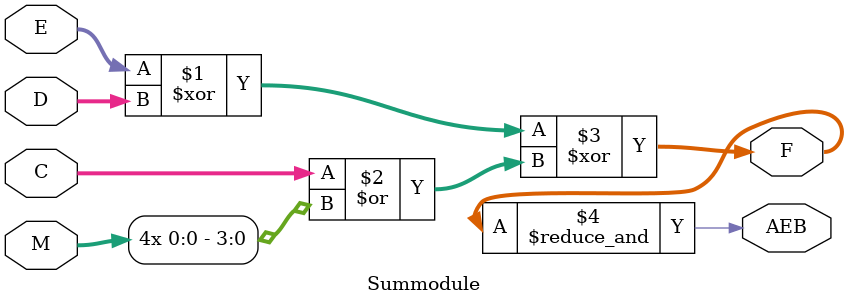
<source format=v>
/****************************************************************************
 *                                                                          *
 *  VERILOG BEHAVIORAL DESCRIPTION OF THE TI 74181 CIRCUIT                  *
 *                                                                          *
 *  Function: 4-bit ALU/Function Generator                                  *
 *                                                                          *
 *  Written by: Mark C. Hansen                                              *
 *                                                                          *
 *  Last modified: Jan 31, 2013                                             *
 *  Modified for HC timings                                                 *
 *  Modified by others                                                      *
 *  Max propagation time for 74LS181 is 62ns (for A_eq_B)                   *
 *  Max propagation time for 74LS181 is 41ns for Cout, when doing ripple carry
 ****************************************************************************/

`ifndef _ALU_74181_INCLUDED_
`define _ALU_74181_INCLUDED_

module ALU_74181 (S, A, B, M, CNb, F, X, Y, CN4b, AEB);

	input [3:0] A, B, S;
	input CNb, M; 
	output [3:0] F;
	output AEB, X, Y, CN4b;
	
	wire [3:0] Fint;
	wire AEBint, Xint, Yint, CN4bint;
	
	TopLevel74181b Ckt74181b (S, A, B, M, CNb, Fint, Xint, Yint, CN4bint, AEBint);
	
	assign #(55+15) CN4b = CN4bint;

	//When A ior B are unkown or high-impedance, the result is always unknown/invalid.
	//However, with function S=0x3 the values of A and B don't matter.
	//This is only a workaround for the 'always 0' function
	assign #(55+15) F = (S === 4'b0011 && M === 1'b1) ? 4'H0 : Fint;
	
	assign #(55+15) AEB = AEBint;
	assign #(55+15) X = Xint;
	
	assign #(55+15) Y = Yint;

endmodule

module TopLevel74181b (S, A, B, M, CNb, F, X, Y, CN4b, AEB);

	input [3:0] A, B, S;
	input CNb, M; 
	output [3:0] F;
	output AEB, X, Y, CN4b;
	wire [3:0] E, D, C, Bb;
	
	Emodule Emod1 (A, B, S, E);
	Dmodule Dmod2 (A, B, S, D);
	CLAmodule CLAmod3(E, D, CNb, C, X, Y, CN4b);
	Summodule Summod4(E, D, C, M, F, AEB);

endmodule

module Emodule (A, B, S, E);

	input [3:0] A, B, S;
	output [3:0] E;
	wire [3:0]  ABS3, ABbS2;

	assign ABS3 = A&B&{4{S[3]}};
	assign ABbS2 = A&~B&{4{S[2]}};
	assign E = ~(ABS3|ABbS2);

endmodule

module Dmodule (A, B, S, D);

	input [3:0] A, B, S;
	output [3:0] D;
	wire [3:0]  BbS1, BS0;  

	assign BbS1 = ~B&{4{S[1]}};
	assign BS0 = B&{4{S[0]}};
	assign D = ~(BbS1|BS0|A);

endmodule

module CLAmodule(Gb, Pb, CNb, C, X, Y, CN4b);

	input [3:0] Gb, Pb;
	input CNb; 
	output [3:0] C;
	output X, Y, CN4b;

	assign C[0] = ~CNb;
	assign C[1] = ~(Pb[0]|(CNb&Gb[0]));
	assign C[2] = ~(Pb[1]|(Pb[0]&Gb[1])|(CNb&Gb[0]&Gb[1]));
	assign C[3] = ~(Pb[2]|(Pb[1]&Gb[2])|(Pb[0]&Gb[1]&Gb[2])|(CNb&Gb[0]&Gb[1]&Gb[2]));
	assign X = ~&Gb;
	assign Y = ~(Pb[3]|(Pb[2]&Gb[3])|(Pb[1]&Gb[2]&Gb[3])|(Pb[0]&Gb[1]&Gb[2]&Gb[3]));
	assign CN4b = ~(Y&~(&Gb&CNb));

endmodule

module Summodule(E, D, C, M, F, AEB);

	input [3:0] E, D, C;
	input M; 
	output [3:0] F;
	output AEB;

	assign F = (E ^ D) ^ (C|{4{M}});
	assign AEB = &F;

endmodule

`endif

</source>
